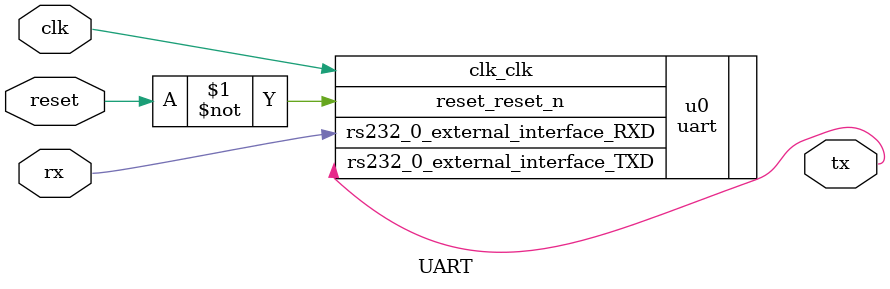
<source format=v>
module UART(
	input clk,
	input rx,
	input reset,
	output tx);

	uart u0 (
        .clk_clk                        (clk),                        //                        clk.clk
        .reset_reset_n                  (~reset),                  //                      reset.reset_n
        .rs232_0_external_interface_RXD (rx), // rs232_0_external_interface.RXD
        .rs232_0_external_interface_TXD (tx)  //                           .TXD
    );

endmodule 
</source>
